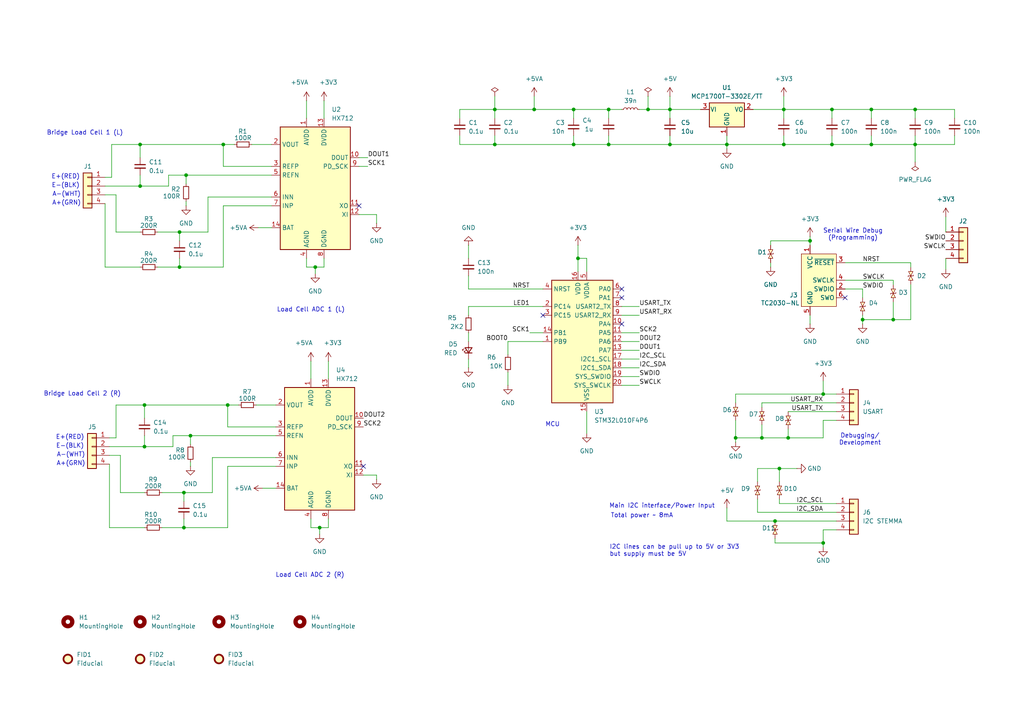
<source format=kicad_sch>
(kicad_sch (version 20231120) (generator "eeschema") (generator_version "8.0")
  (paper "A4")
  (title_block (title "Camel I2C Dual Weigh Scales Board") (rev "1.00") (company "MetaQuantus") (comment 1 "Carlos Villegas"))
  (junction (at 250.19 92.71))
  (junction (at 66.04 117.475))
  (junction (at 224.79 151.13))
  (junction (at 40.64 53.975))
  (junction (at 143.51 31.75))
  (junction (at 53.975 50.8))
  (junction (at 259.08 92.71))
  (junction (at 167.64 74.93))
  (junction (at 228.6 127))
  (junction (at 166.37 41.91))
  (junction (at 52.07 77.47))
  (junction (at 234.95 69.85))
  (junction (at 194.31 31.75))
  (junction (at 265.43 41.91))
  (junction (at 176.53 41.91))
  (junction (at 52.07 67.31))
  (junction (at 154.94 31.75))
  (junction (at 213.36 127))
  (junction (at 226.06 135.89))
  (junction (at 187.96 31.75))
  (junction (at 241.3 31.75))
  (junction (at 238.76 157.48))
  (junction (at 252.73 31.75))
  (junction (at 41.91 129.54))
  (junction (at 194.31 41.91))
  (junction (at 220.98 127))
  (junction (at 210.82 41.91))
  (junction (at 176.53 31.75))
  (junction (at 40.64 41.91))
  (junction (at 41.91 117.475))
  (junction (at 265.43 31.75))
  (junction (at 252.73 41.91))
  (junction (at 238.76 114.3))
  (junction (at 166.37 31.75))
  (junction (at 241.3 41.91))
  (junction (at 53.34 153.035))
  (junction (at 53.34 142.875))
  (junction (at 64.77 41.91))
  (junction (at 91.44 77.47))
  (junction (at 227.33 31.75))
  (junction (at 227.33 41.91))
  (junction (at 55.245 126.365))
  (junction (at 143.51 41.91))
  (junction (at 92.71 153.035))
  (no_connect (at 157.48 91.44))
  (no_connect (at 104.14 59.69))
  (no_connect (at 245.11 86.36))
  (no_connect (at 180.34 83.82))
  (no_connect (at 105.41 135.255))
  (no_connect (at 180.34 86.36))
  (no_connect (at 180.34 93.98))
  (wire (pts (xy 143.51 31.75) (xy 154.94 31.75)))
  (wire (pts (xy 170.18 74.93) (xy 167.64 74.93)))
  (wire (pts (xy 241.3 31.75) (xy 241.3 34.29)))
  (wire (pts (xy 223.52 71.12) (xy 223.52 69.85)))
  (wire (pts (xy 167.64 71.12) (xy 167.64 74.93)))
  (wire (pts (xy 224.79 157.48) (xy 238.76 157.48)))
  (wire (pts (xy 135.89 71.12) (xy 135.89 74.93)))
  (wire (pts (xy 242.57 151.13) (xy 224.79 151.13)))
  (wire (pts (xy 194.31 41.91) (xy 210.82 41.91)))
  (wire (pts (xy 88.9 77.47) (xy 91.44 77.47)))
  (wire (pts (xy 213.36 116.84) (xy 213.36 114.3)))
  (wire (pts (xy 187.96 31.75) (xy 194.31 31.75)))
  (wire (pts (xy 147.32 107.95) (xy 147.32 111.76)))
  (wire (pts (xy 238.76 153.67) (xy 238.76 157.48)))
  (wire (pts (xy 53.34 153.035) (xy 53.34 150.495)))
  (wire (pts (xy 166.37 31.75) (xy 176.53 31.75)))
  (wire (pts (xy 234.95 69.85) (xy 234.95 71.12)))
  (wire (pts (xy 55.245 126.365) (xy 55.245 128.905)))
  (wire (pts (xy 95.25 153.035) (xy 92.71 153.035)))
  (wire (pts (xy 250.19 83.82) (xy 250.19 86.36)))
  (wire (pts (xy 104.14 62.23) (xy 109.22 62.23)))
  (wire (pts (xy 166.37 31.75) (xy 166.37 34.29)))
  (wire (pts (xy 265.43 31.75) (xy 276.86 31.75)))
  (wire (pts (xy 46.99 142.875) (xy 53.34 142.875)))
  (wire (pts (xy 265.43 39.37) (xy 265.43 41.91)))
  (wire (pts (xy 226.06 135.89) (xy 226.06 139.7)))
  (wire (pts (xy 40.64 41.91) (xy 64.77 41.91)))
  (wire (pts (xy 259.08 87.63) (xy 259.08 92.71)))
  (wire (pts (xy 166.37 39.37) (xy 166.37 41.91)))
  (wire (pts (xy 245.11 81.28) (xy 259.08 81.28)))
  (wire (pts (xy 224.79 156.21) (xy 224.79 157.48)))
  (wire (pts (xy 219.71 148.59) (xy 242.57 148.59)))
  (wire (pts (xy 274.32 74.93) (xy 274.32 78.105)))
  (wire (pts (xy 53.34 142.875) (xy 53.34 145.415)))
  (wire (pts (xy 61.595 132.715) (xy 80.01 132.715)))
  (wire (pts (xy 259.08 92.71) (xy 250.19 92.71)))
  (wire (pts (xy 104.14 48.26) (xy 106.68 48.26)))
  (wire (pts (xy 40.64 67.31) (xy 33.655 67.31)))
  (wire (pts (xy 180.34 106.68) (xy 185.42 106.68)))
  (wire (pts (xy 50.165 129.54) (xy 50.165 126.365)))
  (wire (pts (xy 31.75 127) (xy 33.655 127)))
  (wire (pts (xy 66.04 117.475) (xy 66.04 123.825)))
  (wire (pts (xy 226.06 144.78) (xy 226.06 146.05)))
  (wire (pts (xy 241.3 31.75) (xy 252.73 31.75)))
  (wire (pts (xy 223.52 69.85) (xy 234.95 69.85)))
  (wire (pts (xy 66.04 117.475) (xy 69.215 117.475)))
  (wire (pts (xy 227.33 39.37) (xy 227.33 41.91)))
  (wire (pts (xy 166.37 41.91) (xy 176.53 41.91)))
  (wire (pts (xy 180.34 111.76) (xy 185.42 111.76)))
  (wire (pts (xy 135.89 96.52) (xy 135.89 99.06)))
  (wire (pts (xy 105.41 137.795) (xy 109.22 137.795)))
  (wire (pts (xy 46.99 153.035) (xy 53.34 153.035)))
  (wire (pts (xy 34.925 142.875) (xy 34.925 132.08)))
  (wire (pts (xy 30.48 51.435) (xy 32.385 51.435)))
  (wire (pts (xy 227.33 27.94) (xy 227.33 31.75)))
  (wire (pts (xy 60.325 57.15) (xy 78.74 57.15)))
  (wire (pts (xy 61.595 132.715) (xy 61.595 142.875)))
  (wire (pts (xy 143.51 31.75) (xy 143.51 34.29)))
  (wire (pts (xy 66.04 153.035) (xy 53.34 153.035)))
  (wire (pts (xy 31.75 129.54) (xy 41.91 129.54)))
  (wire (pts (xy 90.17 104.775) (xy 90.17 109.855)))
  (wire (pts (xy 41.91 117.475) (xy 66.04 117.475)))
  (wire (pts (xy 41.91 126.365) (xy 41.91 129.54)))
  (wire (pts (xy 238.76 157.48) (xy 238.76 158.75)))
  (wire (pts (xy 52.07 67.31) (xy 52.07 69.85)))
  (wire (pts (xy 61.595 142.875) (xy 53.34 142.875)))
  (wire (pts (xy 41.91 129.54) (xy 50.165 129.54)))
  (wire (pts (xy 220.98 127) (xy 228.6 127)))
  (wire (pts (xy 176.53 39.37) (xy 176.53 41.91)))
  (wire (pts (xy 176.53 41.91) (xy 194.31 41.91)))
  (wire (pts (xy 218.44 31.75) (xy 227.33 31.75)))
  (wire (pts (xy 245.11 76.2) (xy 264.16 76.2)))
  (wire (pts (xy 95.25 150.495) (xy 95.25 153.035)))
  (wire (pts (xy 241.3 41.91) (xy 252.73 41.91)))
  (wire (pts (xy 135.89 88.9) (xy 135.89 91.44)))
  (wire (pts (xy 88.9 29.21) (xy 88.9 34.29)))
  (wire (pts (xy 41.91 117.475) (xy 41.91 121.285)))
  (wire (pts (xy 176.53 31.75) (xy 176.53 34.29)))
  (wire (pts (xy 227.33 41.91) (xy 210.82 41.91)))
  (wire (pts (xy 242.57 114.3) (xy 238.76 114.3)))
  (wire (pts (xy 187.96 27.94) (xy 187.96 31.75)))
  (wire (pts (xy 93.98 77.47) (xy 91.44 77.47)))
  (wire (pts (xy 135.89 104.14) (xy 135.89 106.68)))
  (wire (pts (xy 143.51 27.94) (xy 143.51 31.75)))
  (wire (pts (xy 180.34 96.52) (xy 185.42 96.52)))
  (wire (pts (xy 40.64 50.8) (xy 40.64 53.975)))
  (wire (pts (xy 242.57 121.92) (xy 238.76 121.92)))
  (wire (pts (xy 227.33 31.75) (xy 241.3 31.75)))
  (wire (pts (xy 104.14 45.72) (xy 106.68 45.72)))
  (wire (pts (xy 180.34 88.9) (xy 185.42 88.9)))
  (wire (pts (xy 245.11 83.82) (xy 250.19 83.82)))
  (wire (pts (xy 194.31 27.94) (xy 194.31 31.75)))
  (wire (pts (xy 45.72 77.47) (xy 52.07 77.47)))
  (wire (pts (xy 50.165 126.365) (xy 55.245 126.365)))
  (wire (pts (xy 135.89 80.01) (xy 135.89 83.82)))
  (wire (pts (xy 147.32 99.06) (xy 147.32 102.87)))
  (wire (pts (xy 252.73 31.75) (xy 265.43 31.75)))
  (wire (pts (xy 45.72 67.31) (xy 52.07 67.31)))
  (wire (pts (xy 41.91 142.875) (xy 34.925 142.875)))
  (wire (pts (xy 252.73 41.91) (xy 265.43 41.91)))
  (wire (pts (xy 40.64 41.91) (xy 40.64 45.72)))
  (wire (pts (xy 234.95 68.58) (xy 234.95 69.85)))
  (wire (pts (xy 250.19 91.44) (xy 250.19 92.71)))
  (wire (pts (xy 80.01 123.825) (xy 66.04 123.825)))
  (wire (pts (xy 238.76 121.92) (xy 238.76 127)))
  (wire (pts (xy 194.31 31.75) (xy 194.31 34.29)))
  (wire (pts (xy 34.925 132.08) (xy 31.75 132.08)))
  (wire (pts (xy 40.64 53.975) (xy 48.895 53.975)))
  (wire (pts (xy 33.655 117.475) (xy 41.91 117.475)))
  (wire (pts (xy 276.86 34.29) (xy 276.86 31.75)))
  (wire (pts (xy 135.89 88.9) (xy 157.48 88.9)))
  (wire (pts (xy 274.32 62.865) (xy 274.32 67.31)))
  (wire (pts (xy 264.16 82.55) (xy 264.16 92.71)))
  (wire (pts (xy 241.3 39.37) (xy 241.3 41.91)))
  (wire (pts (xy 32.385 41.91) (xy 32.385 51.435)))
  (wire (pts (xy 226.06 146.05) (xy 242.57 146.05)))
  (wire (pts (xy 252.73 31.75) (xy 252.73 34.29)))
  (wire (pts (xy 170.18 78.74) (xy 170.18 74.93)))
  (wire (pts (xy 265.43 31.75) (xy 265.43 34.29)))
  (wire (pts (xy 220.98 116.84) (xy 242.57 116.84)))
  (wire (pts (xy 30.48 77.47) (xy 40.64 77.47)))
  (wire (pts (xy 276.86 41.91) (xy 265.43 41.91)))
  (wire (pts (xy 133.35 31.75) (xy 143.51 31.75)))
  (wire (pts (xy 95.25 104.775) (xy 95.25 109.855)))
  (wire (pts (xy 30.48 59.055) (xy 30.48 77.47)))
  (wire (pts (xy 264.16 92.71) (xy 259.08 92.71)))
  (wire (pts (xy 92.71 154.94) (xy 92.71 153.035)))
  (wire (pts (xy 53.975 58.42) (xy 53.975 59.69)))
  (wire (pts (xy 143.51 41.91) (xy 166.37 41.91)))
  (wire (pts (xy 180.34 109.22) (xy 185.42 109.22)))
  (wire (pts (xy 203.2 31.75) (xy 194.31 31.75)))
  (wire (pts (xy 213.36 121.92) (xy 213.36 127)))
  (wire (pts (xy 74.93 66.04) (xy 78.74 66.04)))
  (wire (pts (xy 264.16 77.47) (xy 264.16 76.2)))
  (wire (pts (xy 133.35 41.91) (xy 143.51 41.91)))
  (wire (pts (xy 90.17 153.035) (xy 92.71 153.035)))
  (wire (pts (xy 55.245 126.365) (xy 80.01 126.365)))
  (wire (pts (xy 167.64 74.93) (xy 167.64 78.74)))
  (wire (pts (xy 185.42 31.75) (xy 187.96 31.75)))
  (wire (pts (xy 227.33 41.91) (xy 241.3 41.91)))
  (wire (pts (xy 133.35 31.75) (xy 133.35 34.29)))
  (wire (pts (xy 242.57 153.67) (xy 238.76 153.67)))
  (wire (pts (xy 93.98 29.21) (xy 93.98 34.29)))
  (wire (pts (xy 90.17 150.495) (xy 90.17 153.035)))
  (wire (pts (xy 64.77 59.69) (xy 64.77 77.47)))
  (wire (pts (xy 180.34 99.06) (xy 185.42 99.06)))
  (wire (pts (xy 219.71 144.78) (xy 219.71 148.59)))
  (wire (pts (xy 64.77 77.47) (xy 52.07 77.47)))
  (wire (pts (xy 76.2 141.605) (xy 80.01 141.605)))
  (wire (pts (xy 33.655 117.475) (xy 33.655 127)))
  (wire (pts (xy 109.22 137.795) (xy 109.22 139.065)))
  (wire (pts (xy 31.75 153.035) (xy 41.91 153.035)))
  (wire (pts (xy 227.33 31.75) (xy 227.33 34.29)))
  (wire (pts (xy 265.43 41.91) (xy 265.43 46.99)))
  (wire (pts (xy 109.22 62.23) (xy 109.22 64.77)))
  (wire (pts (xy 250.19 92.71) (xy 250.19 93.98)))
  (wire (pts (xy 210.82 39.37) (xy 210.82 41.91)))
  (wire (pts (xy 226.06 135.89) (xy 231.14 135.89)))
  (wire (pts (xy 55.245 133.985) (xy 55.245 135.255)))
  (wire (pts (xy 213.36 127) (xy 220.98 127)))
  (wire (pts (xy 48.895 53.975) (xy 48.895 50.8)))
  (wire (pts (xy 170.18 119.38) (xy 170.18 125.73)))
  (wire (pts (xy 220.98 118.11) (xy 220.98 116.84)))
  (wire (pts (xy 73.025 41.91) (xy 78.74 41.91)))
  (wire (pts (xy 238.76 114.3) (xy 238.76 110.49)))
  (wire (pts (xy 210.82 151.13) (xy 210.82 147.32)))
  (wire (pts (xy 60.325 67.31) (xy 52.07 67.31)))
  (wire (pts (xy 223.52 76.2) (xy 223.52 77.47)))
  (wire (pts (xy 33.655 67.31) (xy 33.655 56.515)))
  (wire (pts (xy 180.34 91.44) (xy 185.42 91.44)))
  (wire (pts (xy 147.32 99.06) (xy 157.48 99.06)))
  (wire (pts (xy 133.35 39.37) (xy 133.35 41.91)))
  (wire (pts (xy 78.74 48.26) (xy 64.77 48.26)))
  (wire (pts (xy 143.51 39.37) (xy 143.51 41.91)))
  (wire (pts (xy 153.67 96.52) (xy 157.48 96.52)))
  (wire (pts (xy 154.94 31.75) (xy 166.37 31.75)))
  (wire (pts (xy 210.82 41.91) (xy 210.82 43.18)))
  (wire (pts (xy 64.77 41.91) (xy 64.77 48.26)))
  (wire (pts (xy 53.975 50.8) (xy 53.975 53.34)))
  (wire (pts (xy 219.71 135.89) (xy 226.06 135.89)))
  (wire (pts (xy 52.07 77.47) (xy 52.07 74.93)))
  (wire (pts (xy 276.86 39.37) (xy 276.86 41.91)))
  (wire (pts (xy 252.73 39.37) (xy 252.73 41.91)))
  (wire (pts (xy 64.77 41.91) (xy 67.945 41.91)))
  (wire (pts (xy 80.01 135.255) (xy 66.04 135.255)))
  (wire (pts (xy 259.08 82.55) (xy 259.08 81.28)))
  (wire (pts (xy 234.95 91.44) (xy 234.95 93.98)))
  (wire (pts (xy 33.655 56.515) (xy 30.48 56.515)))
  (wire (pts (xy 180.34 104.14) (xy 185.42 104.14)))
  (wire (pts (xy 220.98 123.19) (xy 220.98 127)))
  (wire (pts (xy 48.895 50.8) (xy 53.975 50.8)))
  (wire (pts (xy 74.295 117.475) (xy 80.01 117.475)))
  (wire (pts (xy 91.44 79.375) (xy 91.44 77.47)))
  (wire (pts (xy 180.34 31.75) (xy 176.53 31.75)))
  (wire (pts (xy 238.76 127) (xy 228.6 127)))
  (wire (pts (xy 66.04 135.255) (xy 66.04 153.035)))
  (wire (pts (xy 228.6 119.38) (xy 242.57 119.38)))
  (wire (pts (xy 135.89 83.82) (xy 157.48 83.82)))
  (wire (pts (xy 88.9 74.93) (xy 88.9 77.47)))
  (wire (pts (xy 60.325 57.15) (xy 60.325 67.31)))
  (wire (pts (xy 180.34 101.6) (xy 185.42 101.6)))
  (wire (pts (xy 30.48 53.975) (xy 40.64 53.975)))
  (wire (pts (xy 78.74 59.69) (xy 64.77 59.69)))
  (wire (pts (xy 228.6 124.46) (xy 228.6 127)))
  (wire (pts (xy 213.36 128.27) (xy 213.36 127)))
  (wire (pts (xy 154.94 27.94) (xy 154.94 31.75)))
  (wire (pts (xy 93.98 74.93) (xy 93.98 77.47)))
  (wire (pts (xy 32.385 41.91) (xy 40.64 41.91)))
  (wire (pts (xy 31.75 134.62) (xy 31.75 153.035)))
  (wire (pts (xy 194.31 39.37) (xy 194.31 41.91)))
  (wire (pts (xy 53.975 50.8) (xy 78.74 50.8)))
  (wire (pts (xy 219.71 139.7) (xy 219.71 135.89)))
  (wire (pts (xy 224.79 151.13) (xy 210.82 151.13)))
  (wire (pts (xy 213.36 114.3) (xy 238.76 114.3)))
  (text "A-(WHT)" (at 19.304 56.388 0) (effects (font (size 1.27 1.27))))
  (text "Bridge Load Cell 2 (R)" (at 23.876 114.3 0) (effects (font (size 1.27 1.27))))
  (text "Load Cell ADC 2 (R)" (at 89.916 166.878 0) (effects (font (size 1.27 1.27))))
  (text "I2C lines can be pull up to 5V or 3V3\nbut supply must be 5V" (at 176.784 159.766 0) (effects (font (size 1.27 1.27)) (justify left)))
  (text "Debugging/\nDevelopment" (at 249.428 127.508 0) (effects (font (size 1.27 1.27))))
  (text "E+(RED)" (at 20.32 126.873 0) (effects (font (size 1.27 1.27))))
  (text "Main I2C interface/Power Input" (at 192.024 146.812 0) (effects (font (size 1.27 1.27))))
  (text "Total power ~ 8mA" (at 186.182 149.606 0) (effects (font (size 1.27 1.27))))
  (text "A+(GRN)" (at 20.574 134.493 0) (effects (font (size 1.27 1.27))))
  (text "MCU" (at 160.274 123.19 0) (effects (font (size 1.27 1.27))))
  (text "A+(GRN)" (at 19.304 58.928 0) (effects (font (size 1.27 1.27))))
  (text "E+(RED)" (at 19.05 51.308 0) (effects (font (size 1.27 1.27))))
  (text "E-(BLK)" (at 19.05 53.848 0) (effects (font (size 1.27 1.27))))
  (text "Load Cell ADC 1 (L)" (at 90.17 89.916 0) (effects (font (size 1.27 1.27))))
  (text "Serial Wire Debug\n(Programming)" (at 247.396 68.072 0) (effects (font (size 1.27 1.27))))
  (text "A-(WHT)" (at 20.574 131.953 0) (effects (font (size 1.27 1.27))))
  (text "E-(BLK)" (at 20.32 129.413 0) (effects (font (size 1.27 1.27))))
  (text "Bridge Load Cell 1 (L)" (at 24.638 38.608 0) (effects (font (size 1.27 1.27))))
  (label "SWCLK" (at 250.19 81.28 0))
  (label "SCK1" (at 153.67 96.52 180))
  (label "DOUT1" (at 106.68 45.72 0))
  (label "SWDIO" (at 185.42 109.22 0))
  (label "USART_TX" (at 238.76 119.38 180))
  (label "SCK2" (at 185.42 96.52 0))
  (label "USART_RX" (at 238.76 116.84 180))
  (label "SWCLK" (at 274.32 72.39 180))
  (label "SWDIO" (at 274.32 69.85 180))
  (label "DOUT2" (at 105.41 121.285 0))
  (label "USART_RX" (at 185.42 91.44 0))
  (label "USART_TX" (at 185.42 88.9 0))
  (label "SCK1" (at 106.68 48.26 0))
  (label "DOUT1" (at 185.42 101.6 0))
  (label "I2C_SDA" (at 185.42 106.68 0))
  (label "I2C_SCL" (at 238.76 146.05 180))
  (label "SWCLK" (at 185.42 111.76 0))
  (label "SWDIO" (at 250.19 83.82 0))
  (label "NRST" (at 250.19 76.2 0))
  (label "I2C_SDA" (at 238.76 148.59 180))
  (label "I2C_SCL" (at 185.42 104.14 0))
  (label "DOUT2" (at 185.42 99.06 0))
  (label "SCK2" (at 105.41 123.825 0))
  (label "LED1" (at 153.67 88.9 180))
  (label "NRST" (at 153.67 83.82 180))
  (label "BOOT0" (at 147.32 99.06 180))
  (symbol (lib_id "Device:C_Small") (at 265.43 36.83 0) (unit 1)
    (property "Reference" "C9" (at 267.97 35.5663 0) (effects (justify left)))
    (property "Value" "100n" (at 267.97 38.1063 0) (effects (justify left)))
    (property "Footprint" "Capacitor_SMD:C_0402_1005Metric" (effects (hide yes)))
    (property "LCSC" "C1525" (effects (hide yes)))
    (property "MANUFACTURER" "Samsung Electro-Mechanics" (effects (hide yes)))
    (property "MFRN" "CL05B104KO5NNNC" (effects (hide yes)))
    (property "PKG" "0402" (effects (hide yes)))
    (property "Comment" "16V 100nF X7R ±10% 0402  Multilayer Ceramic Capacitors MLCC - SMD/SMT ROHS" (effects (hide yes)))
  )
  (symbol (lib_id "power:GND") (at 109.22 64.77 0) (unit 1)
    (property "Reference" "#PWR09" (effects (hide yes)))
    (property "Value" "GND" (at 109.22 69.85 0))
    (property "Description" "Power symbol creates a global label with name \"GND\" , ground" (effects (hide yes)))
  )
  (symbol (lib_id "Device:R_Small") (at 43.18 67.31 90) (unit 1)
    (property "Reference" "R3" (at 44.45 63.5 90) (effects (justify left)))
    (property "Value" "200R" (at 45.72 65.405 90) (effects (justify left)))
    (property "Footprint" "Resistor_SMD:R_0402_1005Metric" (effects (hide yes)))
    (property "LCSC" "C328416" (effects (hide yes)))
    (property "MANUFACTURER" "PANASONIC" (effects (hide yes)))
    (property "MFRN" "ERJ2RKF2000X" (effects (hide yes)))
    (property "PKG" "0402" (effects (hide yes)))
    (property "Comment" "100mW Thick Film Resistors ±100ppm/℃ ±1% 200Ω 0402  Chip Resistor - Surface Mount ROHS" (effects (hide yes)))
    (property "LCSCN" "C413070" (effects (hide yes)))
  )
  (symbol (lib_id "Mechanical:MountingHole") (at 86.995 180.34 0) (unit 1)
    (property "Reference" "H4" (at 90.17 179.07 0) (effects (justify left)))
    (property "Value" "MountingHole" (at 90.17 181.61 0) (effects (justify left)))
    (property "Footprint" "MountingHole:MountingHole_3.2mm_M3" (effects (hide yes)))
  )
  (symbol (lib_id "Device:C_Small") (at 52.07 72.39 0) (unit 1)
    (property "Reference" "C12" (at 54.61 71.1263 0) (effects (justify left)))
    (property "Value" "0.1u" (at 54.61 73.6663 0) (effects (justify left)))
    (property "Footprint" "Capacitor_SMD:C_0402_1005Metric" (effects (hide yes)))
    (property "LCSC" "C1525" (effects (hide yes)))
    (property "MANUFACTURER" "Samsung Electro-Mechanics" (effects (hide yes)))
    (property "MFRN" "CL05B104KO5NNNC" (effects (hide yes)))
    (property "PKG" "0402" (effects (hide yes)))
    (property "Comment" "16V 100nF X7R ±10% 0402  Multilayer Ceramic Capacitors MLCC - SMD/SMT ROHS" (effects (hide yes)))
  )
  (symbol (lib_id "power:+3V3") (at 227.33 27.94 0) (unit 1)
    (property "Reference" "#PWR03" (effects (hide yes)))
    (property "Value" "+3V3" (at 227.33 22.86 0))
    (property "Description" "Power symbol creates a global label with name \"+3V3\"" (effects (hide yes)))
  )
  (symbol (lib_id "Connector_Generic:Conn_01x04") (at 26.67 129.54 0) (mirror y) (unit 1) (in_bom no)
    (property "Reference" "J5" (at 27.94 123.825 0) (effects (justify left)))
    (property "Value" "Conn_01x04" (effects (hide yes)))
    (property "Footprint" "camel:Pad_1x04_P2.54mm" (effects (hide yes)))
    (property "Description" "Generic connector, single row, 01x04, script generated (kicad-library-utils/schlib/autogen/connector/)" (effects (hide yes)))
  )
  (symbol (lib_id "Device:C_Small") (at 133.35 36.83 0) (unit 1)
    (property "Reference" "C1" (at 135.89 35.5663 0) (effects (justify left)))
    (property "Value" "0.1u" (at 135.89 38.1063 0) (effects (justify left)))
    (property "Footprint" "Capacitor_SMD:C_0402_1005Metric" (effects (hide yes)))
    (property "Comment" "16V 100nF X7R ±10% 0402  Multilayer Ceramic Capacitors MLCC - SMD/SMT ROHS" (effects (hide yes)))
    (property "LCSC" "C1525" (effects (hide yes)))
    (property "MANUFACTURER" "Samsung Electro-Mechanics" (effects (hide yes)))
    (property "MFRN" "CL05B104KO5NNNC" (effects (hide yes)))
    (property "PKG" "0402" (effects (hide yes)))
  )
  (symbol (lib_id "Mechanical:MountingHole") (at 63.5 180.34 0) (unit 1)
    (property "Reference" "H3" (at 66.675 179.07 0) (effects (justify left)))
    (property "Value" "MountingHole" (at 66.675 181.61 0) (effects (justify left)))
    (property "Footprint" "MountingHole:MountingHole_3.2mm_M3" (effects (hide yes)))
  )
  (symbol (lib_id "Device:C_Small") (at 227.33 36.83 0) (unit 1)
    (property "Reference" "C6" (at 230.505 35.5663 0) (effects (justify left)))
    (property "Value" "10u" (at 230.505 38.1063 0) (effects (justify left)))
    (property "Footprint" "Capacitor_SMD:C_0603_1608Metric" (effects (hide yes)))
    (property "LCSC" "C96446" (effects (hide yes)))
    (property "MANUFACTURER" "Samsung Electro-Mechanics" (effects (hide yes)))
    (property "MFRN" "CL10A106MA8NRNC" (effects (hide yes)))
    (property "PKG" "0603" (effects (hide yes)))
    (property "Comment" "25V 10uF X5R ±20% 0603  Multilayer Ceramic Capacitors MLCC - SMD/SMT ROHS" (effects (hide yes)))
  )
  (symbol (lib_id "Device:C_Small") (at 276.86 36.83 0) (unit 1)
    (property "Reference" "C10" (at 279.4 35.5663 0) (effects (justify left)))
    (property "Value" "100n" (at 279.4 38.1063 0) (effects (justify left)))
    (property "Footprint" "Capacitor_SMD:C_0402_1005Metric" (effects (hide yes)))
    (property "LCSC" "C1525" (effects (hide yes)))
    (property "MANUFACTURER" "Samsung Electro-Mechanics" (effects (hide yes)))
    (property "MFRN" "CL05B104KO5NNNC" (effects (hide yes)))
    (property "PKG" "0402" (effects (hide yes)))
    (property "Comment" "16V 100nF X7R ±10% 0402  Multilayer Ceramic Capacitors MLCC - SMD/SMT ROHS" (effects (hide yes)))
  )
  (symbol (lib_name "PWR_FLAG_1") (lib_id "power:PWR_FLAG") (at 143.51 27.94 0) (unit 1)
    (property "Reference" "#FLG01" (effects (hide yes)))
    (property "Value" "PWR_FLAG" (effects (hide yes)))
    (property "Description" "Special symbol for telling ERC where power comes from" (effects (hide yes)))
  )
  (symbol (lib_id "Device:C_Small") (at 166.37 36.83 0) (unit 1)
    (property "Reference" "C3" (at 163.83 35.5663 0) (effects (justify right)))
    (property "Value" "10n" (at 163.83 38.1063 0) (effects (justify right)))
    (property "Footprint" "Capacitor_SMD:C_0402_1005Metric" (effects (hide yes)))
    (property "MANUFACTURER" "Samsung Electro-Mechanics" (effects (hide yes)))
    (property "MFRN" "CL05B103KB5NNNC" (effects (hide yes)))
    (property "LCSC" "C15195" (effects (hide yes)))
    (property "Package" "0402" (effects (hide yes)))
    (property "Comment" "50V 10nF X7R ±10% 0402 Multilayer Ceramic Capacitors MLCC - SMD/SMT ROHS" (effects (hide yes)))
    (property "PKG" "0402" (effects (hide yes)))
  )
  (symbol (lib_id "Regulator_Linear:MCP1700x-120xxTT") (at 210.82 31.75 0) (unit 1)
    (property "Reference" "U1" (at 210.82 25.4 0))
    (property "Value" "MCP1700T-3302E/TT" (at 210.82 27.94 0))
    (property "Footprint" "Package_TO_SOT_SMD:SOT-23" (effects (hide yes)))
    (property "Datasheet" "http://ww1.microchip.com/downloads/en/DeviceDoc/20001826D.pdf" (effects (hide yes)))
    (property "Description" "250mA Low Quiscent Current LDO, 1.2V output, SOT-23" (effects (hide yes)))
    (property "LCSC" "C39051" (effects (hide yes)))
    (property "MANUFACTURER" "Microchip Tech" (effects (hide yes)))
    (property "MFRN" "MCP1700T-3302E/TT" (effects (hide yes)))
    (property "PKG" "SOT-23" (effects (hide yes)))
    (property "Comment" "44dB@(100Hz) 250mA Fixed 3.3V~3.3V Positive 6V SOT-23(TO-236)  Linear Voltage Regulators (LDO) ROHS" (effects (hide yes)))
  )
  (symbol (lib_id "Device:C_Small") (at 194.31 36.83 0) (unit 1)
    (property "Reference" "C5" (at 197.485 35.5663 0) (effects (justify left)))
    (property "Value" "10u" (at 197.485 38.1063 0) (effects (justify left)))
    (property "Footprint" "Capacitor_SMD:C_0603_1608Metric" (effects (hide yes)))
    (property "LCSC" "C96446" (effects (hide yes)))
    (property "MANUFACTURER" "Samsung Electro-Mechanics" (effects (hide yes)))
    (property "MFRN" "CL10A106MA8NRNC" (effects (hide yes)))
    (property "PKG" "0603" (effects (hide yes)))
    (property "Comment" "25V 10uF X5R ±20% 0603  Multilayer Ceramic Capacitors MLCC - SMD/SMT ROHS" (effects (hide yes)))
  )
  (symbol (lib_id "power:GND") (at 92.71 154.94 0) (unit 1)
    (property "Reference" "#PWR031" (effects (hide yes)))
    (property "Value" "GND" (at 92.71 160.02 0))
    (property "Description" "Power symbol creates a global label with name \"GND\" , ground" (effects (hide yes)))
  )
  (symbol (lib_id "power:+5VA") (at 90.17 104.775 0) (unit 1)
    (property "Reference" "#PWR019" (effects (hide yes)))
    (property "Value" "+5VA" (at 88.138 99.441 0))
    (property "Description" "Power symbol creates a global label with name \"+5VA\"" (effects (hide yes)))
  )
  (symbol (lib_id "power:+5VA") (at 76.2 141.605 90) (unit 1)
    (property "Reference" "#PWR027" (effects (hide yes)))
    (property "Value" "+5VA" (at 73.025 141.6049 90) (effects (justify left)))
    (property "Description" "Power symbol creates a global label with name \"+5VA\"" (effects (hide yes)))
  )
  (symbol (lib_id "camel:RCLAMP0521P-N") (at 226.06 142.24 270) (unit 1)
    (property "Reference" "D10" (at 227.33 141.732 90) (effects (justify left)))
    (property "Value" "RCLAMP0521P-N" (effects (hide yes)))
    (property "Footprint" "camel:X1-DFN1006-2_L1.0-W0.6-BI" (effects (hide yes)))
    (property "Datasheet" "https://lcsc.com/product-detail/Others_Bourne-Semicon-Shenzhen-RCLAMP0521P-N_C316043.html" (effects (hide yes)))
    (property "LCSC" "C316043" (effects (hide yes)))
    (property "MANUFACTURER" "BORN" (effects (hide yes)))
    (property "MFRN" "RCLAMP0521P-N" (effects (hide yes)))
    (property "PKG" "0402" (effects (hide yes)))
    (property "LCSC Part" "C316043" (effects (hide yes)))
    (property "Comment" "3.5A@8/20us 16V 6V 5V 0402 ESD and Surge Protection (TVS/ESD) ROHS" (effects (hide yes)))
  )
  (symbol (lib_id "camel:RCLAMP0521P-N") (at 224.79 153.67 270) (unit 1)
    (property "Reference" "D11" (at 220.98 153.162 90) (effects (justify left)))
    (property "Value" "RCLAMP0521P-N" (effects (hide yes)))
    (property "Footprint" "camel:X1-DFN1006-2_L1.0-W0.6-BI" (effects (hide yes)))
    (property "Datasheet" "https://lcsc.com/product-detail/Others_Bourne-Semicon-Shenzhen-RCLAMP0521P-N_C316043.html" (effects (hide yes)))
    (property "LCSC" "C316043" (effects (hide yes)))
    (property "MANUFACTURER" "BORN" (effects (hide yes)))
    (property "MFRN" "RCLAMP0521P-N" (effects (hide yes)))
    (property "PKG" "0402" (effects (hide yes)))
    (property "LCSC Part" "C316043" (effects (hide yes)))
    (property "Comment" "3.5A@8/20us 16V 6V 5V 0402 ESD and Surge Protection (TVS/ESD) ROHS" (effects (hide yes)))
  )
  (symbol (lib_id "power:GND") (at 238.76 158.75 0) (unit 1)
    (property "Reference" "#PWR032" (effects (hide yes)))
    (property "Value" "GND" (at 238.76 162.56 0))
    (property "Description" "Power symbol creates a global label with name \"GND\" , ground" (effects (hide yes)))
  )
  (symbol (lib_id "Device:R_Small") (at 44.45 153.035 90) (unit 1)
    (property "Reference" "R10" (at 45.72 149.225 90) (effects (justify left)))
    (property "Value" "200R" (at 46.99 151.13 90) (effects (justify left)))
    (property "Footprint" "Resistor_SMD:R_0402_1005Metric" (effects (hide yes)))
    (property "LCSC" "C328416" (effects (hide yes)))
    (property "MANUFACTURER" "PANASONIC" (effects (hide yes)))
    (property "MFRN" "ERJ2RKF2000X" (effects (hide yes)))
    (property "PKG" "0402" (effects (hide yes)))
    (property "Comment" "100mW Thick Film Resistors ±100ppm/℃ ±1% 200Ω 0402  Chip Resistor - Surface Mount ROHS" (effects (hide yes)))
    (property "LCSCN" "C413070" (effects (hide yes)))
  )
  (symbol (lib_id "Connector_Generic:Conn_01x04") (at 25.4 53.975 0) (mirror y) (unit 1) (in_bom no)
    (property "Reference" "J1" (at 26.67 48.26 0) (effects (justify left)))
    (property "Value" "Conn_01x04" (effects (hide yes)))
    (property "Footprint" "camel:Pad_1x04_P2.54mm" (effects (hide yes)))
    (property "Description" "Generic connector, single row, 01x04, script generated (kicad-library-utils/schlib/autogen/connector/)" (effects (hide yes)))
  )
  (symbol (lib_id "power:GND") (at 135.89 106.68 0) (unit 1)
    (property "Reference" "#PWR021" (effects (hide yes)))
    (property "Value" "GND" (at 135.89 111.76 0))
    (property "Description" "Power symbol creates a global label with name \"GND\" , ground" (effects (hide yes)))
  )
  (symbol (lib_id "Mechanical:MountingHole") (at 40.64 180.34 0) (unit 1)
    (property "Reference" "H2" (at 43.815 179.07 0) (effects (justify left)))
    (property "Value" "MountingHole" (at 43.815 181.61 0) (effects (justify left)))
    (property "Footprint" "MountingHole:MountingHole_3.2mm_M3" (effects (hide yes)))
  )
  (symbol (lib_id "Device:R_Small") (at 135.89 93.98 0) (unit 1)
    (property "Reference" "R5" (at 129.794 92.202 0) (effects (justify left)))
    (property "Value" "2K2" (at 130.556 94.742 0) (effects (justify left)))
    (property "Footprint" "Resistor_SMD:R_0402_1005Metric" (effects (hide yes)))
    (property "MANUFACTURER" "UNI-ROYAL(Uniroyal Elec)" (effects (hide yes)))
    (property "LCSC" "C25879" (effects (hide yes)))
    (property "MFRN" "0402WGF2201TCE" (effects (hide yes)))
    (property "PKG" "0402" (effects (hide yes)))
    (property "Comment" "62.5mW Thick Film Resistors 50V ±100ppm/℃ ±1% 2.2kΩ 0402 Chip Resistor - Surface Mount ROHS" (effects (hide yes)))
  )
  (symbol (lib_id "power:+3V3") (at 238.76 110.49 0) (unit 1)
    (property "Reference" "#PWR022" (effects (hide yes)))
    (property "Value" "+3V3" (at 238.76 105.41 0))
    (property "Description" "Power symbol creates a global label with name \"+3V3\"" (effects (hide yes)))
  )
  (symbol (lib_id "camel:RCLAMP0521P-N") (at 264.16 80.01 270) (unit 1)
    (property "Reference" "D2" (at 265.938 80.01 90) (effects (justify left)))
    (property "Value" "RCLAMP0521P-N" (effects (hide yes)))
    (property "Footprint" "camel:X1-DFN1006-2_L1.0-W0.6-BI" (effects (hide yes)))
    (property "Datasheet" "https://lcsc.com/product-detail/Others_Bourne-Semicon-Shenzhen-RCLAMP0521P-N_C316043.html" (effects (hide yes)))
    (property "LCSC" "C316043" (effects (hide yes)))
    (property "MANUFACTURER" "BORN" (effects (hide yes)))
    (property "MFRN" "RCLAMP0521P-N" (effects (hide yes)))
    (property "PKG" "0402" (effects (hide yes)))
    (property "LCSC Part" "C316043" (effects (hide yes)))
    (property "Comment" "3.5A@8/20us 16V 6V 5V 0402 ESD and Surge Protection (TVS/ESD) ROHS" (effects (hide yes)))
  )
  (symbol (lib_id "camel:RCLAMP0521P-N") (at 250.19 88.9 270) (unit 1)
    (property "Reference" "D4" (at 251.968 87.884 90) (effects (justify left)))
    (property "Value" "RCLAMP0521P-N" (effects (hide yes)))
    (property "Footprint" "camel:X1-DFN1006-2_L1.0-W0.6-BI" (effects (hide yes)))
    (property "Datasheet" "https://lcsc.com/product-detail/Others_Bourne-Semicon-Shenzhen-RCLAMP0521P-N_C316043.html" (effects (hide yes)))
    (property "LCSC" "C316043" (effects (hide yes)))
    (property "MANUFACTURER" "BORN" (effects (hide yes)))
    (property "MFRN" "RCLAMP0521P-N" (effects (hide yes)))
    (property "PKG" "0402" (effects (hide yes)))
    (property "LCSC Part" "C316043" (effects (hide yes)))
    (property "Comment" "3.5A@8/20us 16V 6V 5V 0402 ESD and Surge Protection (TVS/ESD) ROHS" (effects (hide yes)))
  )
  (symbol (lib_id "power:GND") (at 250.19 93.98 0) (unit 1)
    (property "Reference" "#PWR018" (effects (hide yes)))
    (property "Value" "GND" (at 250.19 99.06 0))
    (property "Description" "Power symbol creates a global label with name \"GND\" , ground" (effects (hide yes)))
  )
  (symbol (lib_id "power:+5VA") (at 88.9 29.21 0) (unit 1)
    (property "Reference" "#PWR04" (effects (hide yes)))
    (property "Value" "+5VA" (at 86.868 23.876 0))
    (property "Description" "Power symbol creates a global label with name \"+5VA\"" (effects (hide yes)))
  )
  (symbol (lib_id "power:+3V3") (at 93.98 29.21 0) (unit 1)
    (property "Reference" "#PWR05" (effects (hide yes)))
    (property "Value" "+3V3" (at 95.25 23.876 0))
    (property "Description" "Power symbol creates a global label with name \"+3V3\"" (effects (hide yes)))
  )
  (symbol (lib_id "camel:RCLAMP0521P-N") (at 213.36 119.38 270) (unit 1)
    (property "Reference" "D6" (at 209.55 118.872 90) (effects (justify left)))
    (property "Value" "RCLAMP0521P-N" (effects (hide yes)))
    (property "Footprint" "camel:X1-DFN1006-2_L1.0-W0.6-BI" (effects (hide yes)))
    (property "Datasheet" "https://lcsc.com/product-detail/Others_Bourne-Semicon-Shenzhen-RCLAMP0521P-N_C316043.html" (effects (hide yes)))
    (property "Description" "3.5A@8/20us 16V 6V 5V 0402 ESD and Surge Protection (TVS/ESD) ROHS" (effects (hide yes)))
    (property "LCSC" "C316043" (effects (hide yes)))
    (property "MANUFACTURER" "BORN" (effects (hide yes)))
    (property "MFRN" "RCLAMP0521P-N" (effects (hide yes)))
    (property "PKG" "0402" (effects (hide yes)))
    (property "LCSC Part" "C316043" (effects (hide yes)))
    (property "Comment" "3.5A@8/20us 16V 6V 5V 0402 ESD and Surge Protection (TVS/ESD) ROHS" (effects (hide yes)))
  )
  (symbol (lib_name "PWR_FLAG_1") (lib_id "power:PWR_FLAG") (at 187.96 27.94 0) (unit 1)
    (property "Reference" "#FLG02" (effects (hide yes)))
    (property "Value" "PWR_FLAG" (effects (hide yes)))
    (property "Description" "Special symbol for telling ERC where power comes from" (effects (hide yes)))
  )
  (symbol (lib_id "power:+5VA") (at 154.94 27.94 0) (unit 1)
    (property "Reference" "#PWR01" (effects (hide yes)))
    (property "Value" "+5VA" (at 154.94 22.86 0))
    (property "Description" "Power symbol creates a global label with name \"+5VA\"" (effects (hide yes)))
  )
  (symbol (lib_id "Device:L_Small") (at 182.88 31.75 90) (unit 1)
    (property "Reference" "L1" (at 182.88 26.67 90))
    (property "Value" "39n" (at 182.88 29.21 90))
    (property "Footprint" "Inductor_SMD:L_1008_2520Metric" (effects (hide yes)))
    (property "MANUFACTURER" "PSA(Prosperity Dielectrics)" (effects (hide yes)))
    (property "MFRN" "FEC1008CP-39NG-LRH" (effects (hide yes)))
    (property "LCSC" "C346422" (effects (hide yes)))
    (property "Package" "1008" (effects (hide yes)))
    (property "Comment" "1A 39nH ±2% 150mΩ 1008 Inductors (SMD) ROHS" (effects (hide yes)))
    (property "PKG" "1008" (effects (hide yes)))
  )
  (symbol (lib_id "power:+3V3") (at 274.32 62.865 0) (unit 1)
    (property "Reference" "#PWR08" (effects (hide yes)))
    (property "Value" "+3V3" (at 274.32 57.785 0))
    (property "Description" "Power symbol creates a global label with name \"+3V3\"" (effects (hide yes)))
  )
  (symbol (lib_id "Device:R_Small") (at 70.485 41.91 90) (unit 1)
    (property "Reference" "R1" (at 71.755 38.1 90) (effects (justify left)))
    (property "Value" "100R" (at 73.025 40.005 90) (effects (justify left)))
    (property "Footprint" "Resistor_SMD:R_0402_1005Metric" (effects (hide yes)))
    (property "LCSC" "C328416" (effects (hide yes)))
    (property "MANUFACTURER" "RESI" (effects (hide yes)))
    (property "MFRN" "PTFR0402B100RN9" (effects (hide yes)))
    (property "PKG" "0402" (effects (hide yes)))
    (property "Comment" "60mW Thin Film Resistor ±0.1% ±10ppm/℃ 100Ω 0402  Chip Resistor - Surface Mount ROHS" (effects (hide yes)))
  )
  (symbol (lib_id "camel:RCLAMP0521P-N") (at 259.08 85.09 270) (unit 1)
    (property "Reference" "D3" (at 260.604 84.836 90) (effects (justify left)))
    (property "Value" "RCLAMP0521P-N" (effects (hide yes)))
    (property "Footprint" "camel:X1-DFN1006-2_L1.0-W0.6-BI" (effects (hide yes)))
    (property "Datasheet" "https://lcsc.com/product-detail/Others_Bourne-Semicon-Shenzhen-RCLAMP0521P-N_C316043.html" (effects (hide yes)))
    (property "LCSC" "C316043" (effects (hide yes)))
    (property "MANUFACTURER" "BORN" (effects (hide yes)))
    (property "MFRN" "RCLAMP0521P-N" (effects (hide yes)))
    (property "PKG" "0402" (effects (hide yes)))
    (property "LCSC Part" "C316043" (effects (hide yes)))
    (property "Comment" "3.5A@8/20us 16V 6V 5V 0402 ESD and Surge Protection (TVS/ESD) ROHS" (effects (hide yes)))
  )
  (symbol (lib_id "Device:C_Small") (at 252.73 36.83 0) (unit 1)
    (property "Reference" "C8" (at 255.27 35.5663 0) (effects (justify left)))
    (property "Value" "100n" (at 255.27 38.1063 0) (effects (justify left)))
    (property "Footprint" "Capacitor_SMD:C_0402_1005Metric" (effects (hide yes)))
    (property "LCSC" "C1525" (effects (hide yes)))
    (property "MANUFACTURER" "Samsung Electro-Mechanics" (effects (hide yes)))
    (property "MFRN" "CL05B104KO5NNNC" (effects (hide yes)))
    (property "PKG" "0402" (effects (hide yes)))
    (property "Comment" "16V 100nF X7R ±10% 0402  Multilayer Ceramic Capacitors MLCC - SMD/SMT ROHS" (effects (hide yes)))
  )
  (symbol (lib_id "Connector_Generic:Conn_01x04") (at 247.65 116.84 0) (unit 1) (in_bom no)
    (property "Reference" "J4" (at 250.19 116.8399 0) (effects (justify left)))
    (property "Value" "USART" (at 250.19 119.3799 0) (effects (justify left)))
    (property "Footprint" "Connector_JST:JST_PH_S4B-PH-K_1x04_P2.00mm_Horizontal" (effects (hide yes)))
    (property "Description" "Generic connector, single row, 01x04, script generated (kicad-library-utils/schlib/autogen/connector/)" (effects (hide yes)))
  )
  (symbol (lib_id "camel:HX712") (at 92.71 130.175 0) (unit 1)
    (property "Reference" "U4" (at 97.4441 107.315 0) (effects (justify left)))
    (property "Value" "HX712" (at 97.4441 109.855 0) (effects (justify left)))
    (property "Footprint" "Package_SO:SOIC-14_3.9x8.7mm_P1.27mm" (effects (hide yes)))
    (property "Datasheet" "https://lcsc.com/product-detail/Analog-To-Digital-Converters-ADCs_HX712_C118237.html" (effects (hide yes)))
    (property "Description" "24-Bit Analog-to-Digital Converter (ADC) for Weight Scales" (effects (hide yes)))
  )
  (symbol (lib_id "power:+3V3") (at 95.25 104.775 0) (unit 1)
    (property "Reference" "#PWR020" (effects (hide yes)))
    (property "Value" "+3V3" (at 96.52 99.441 0))
    (property "Description" "Power symbol creates a global label with name \"+3V3\"" (effects (hide yes)))
  )
  (symbol (lib_id "power:GND") (at 55.245 135.255 0) (unit 1)
    (property "Reference" "#PWR026" (effects (hide yes)))
    (property "Value" "GND" (at 55.245 140.335 0))
    (property "Description" "Power symbol creates a global label with name \"GND\" , ground" (effects (hide yes)))
  )
  (symbol (lib_id "power:GND") (at 210.82 43.18 0) (unit 1)
    (property "Reference" "#PWR06" (effects (hide yes)))
    (property "Value" "GND" (at 210.82 48.26 0))
    (property "Description" "Power symbol creates a global label with name \"GND\" , ground" (effects (hide yes)))
  )
  (symbol (lib_id "camel:RCLAMP0521P-N") (at 220.98 120.65 270) (unit 1)
    (property "Reference" "D7" (at 217.17 120.142 90) (effects (justify left)))
    (property "Value" "RCLAMP0521P-N" (effects (hide yes)))
    (property "Footprint" "camel:X1-DFN1006-2_L1.0-W0.6-BI" (effects (hide yes)))
    (property "Datasheet" "https://lcsc.com/product-detail/Others_Bourne-Semicon-Shenzhen-RCLAMP0521P-N_C316043.html" (effects (hide yes)))
    (property "LCSC" "C316043" (effects (hide yes)))
    (property "MANUFACTURER" "BORN" (effects (hide yes)))
    (property "MFRN" "RCLAMP0521P-N" (effects (hide yes)))
    (property "PKG" "0402" (effects (hide yes)))
    (property "LCSC Part" "C316043" (effects (hide yes)))
    (property "Comment" "3.5A@8/20us 16V 6V 5V 0402 ESD and Surge Protection (TVS/ESD) ROHS" (effects (hide yes)))
  )
  (symbol (lib_id "power:GND") (at 231.14 135.89 90) (unit 1)
    (property "Reference" "#PWR028" (effects (hide yes)))
    (property "Value" "GND" (at 236.22 135.89 90))
    (property "Description" "Power symbol creates a global label with name \"GND\" , ground" (effects (hide yes)))
  )
  (symbol (lib_id "power:PWR_FLAG") (at 265.43 46.99 180) (unit 1)
    (property "Reference" "#FLG04" (effects (hide yes)))
    (property "Value" "PWR_FLAG" (at 265.43 52.07 0))
    (property "Description" "Special symbol for telling ERC where power comes from" (effects (hide yes)))
  )
  (symbol (lib_id "Mechanical:Fiducial") (at 63.5 191.135 0) (unit 1)
    (property "Reference" "FID3" (at 66.04 189.865 0) (effects (justify left)))
    (property "Value" "Fiducial" (at 66.04 192.405 0) (effects (justify left)))
    (property "Footprint" "Fiducial:Fiducial_0.5mm_Mask1mm" (effects (hide yes)))
  )
  (symbol (lib_id "Device:C_Small") (at 41.91 123.825 0) (unit 1)
    (property "Reference" "C14" (at 44.45 122.5613 0) (effects (justify left)))
    (property "Value" "0.1u" (at 44.45 125.1013 0) (effects (justify left)))
    (property "Footprint" "Capacitor_SMD:C_0402_1005Metric" (effects (hide yes)))
    (property "LCSC" "C1525" (effects (hide yes)))
    (property "MANUFACTURER" "Samsung Electro-Mechanics" (effects (hide yes)))
    (property "MFRN" "CL05B104KO5NNNC" (effects (hide yes)))
    (property "PKG" "0402" (effects (hide yes)))
    (property "Comment" "16V 100nF X7R ±10% 0402  Multilayer Ceramic Capacitors MLCC - SMD/SMT ROHS" (effects (hide yes)))
  )
  (symbol (lib_id "Device:C_Small") (at 53.34 147.955 0) (unit 1)
    (property "Reference" "C15" (at 55.88 146.6913 0) (effects (justify left)))
    (property "Value" "0.1u" (at 55.88 149.2313 0) (effects (justify left)))
    (property "Footprint" "Capacitor_SMD:C_0402_1005Metric" (effects (hide yes)))
    (property "LCSC" "C1525" (effects (hide yes)))
    (property "MANUFACTURER" "Samsung Electro-Mechanics" (effects (hide yes)))
    (property "MFRN" "CL05B104KO5NNNC" (effects (hide yes)))
    (property "PKG" "0402" (effects (hide yes)))
    (property "Comment" "16V 100nF X7R ±10% 0402  Multilayer Ceramic Capacitors MLCC - SMD/SMT ROHS" (effects (hide yes)))
  )
  (symbol (lib_id "power:GND") (at 53.975 59.69 0) (unit 1)
    (property "Reference" "#PWR07" (effects (hide yes)))
    (property "Value" "GND" (at 53.975 64.77 0))
    (property "Description" "Power symbol creates a global label with name \"GND\" , ground" (effects (hide yes)))
  )
  (symbol (lib_id "Device:R_Small") (at 55.245 131.445 180) (unit 1)
    (property "Reference" "R8" (at 53.594 130.556 0) (effects (justify left)))
    (property "Value" "100R" (at 53.848 132.588 0) (effects (justify left)))
    (property "Footprint" "Resistor_SMD:R_0402_1005Metric" (effects (hide yes)))
    (property "LCSC" "C328416" (effects (hide yes)))
    (property "MANUFACTURER" "RESI" (effects (hide yes)))
    (property "MFRN" "PTFR0402B100RN9" (effects (hide yes)))
    (property "PKG" "0402" (effects (hide yes)))
    (property "Comment" "60mW Thin Film Resistor ±0.1% ±10ppm/℃ 100Ω 0402  Chip Resistor - Surface Mount ROHS" (effects (hide yes)))
  )
  (symbol (lib_id "Device:R_Small") (at 71.755 117.475 90) (unit 1)
    (property "Reference" "R7" (at 73.025 113.665 90) (effects (justify left)))
    (property "Value" "100R" (at 74.295 115.57 90) (effects (justify left)))
    (property "Footprint" "Resistor_SMD:R_0402_1005Metric" (effects (hide yes)))
    (property "LCSC" "C328416" (effects (hide yes)))
    (property "MANUFACTURER" "RESI" (effects (hide yes)))
    (property "MFRN" "PTFR0402B100RN9" (effects (hide yes)))
    (property "PKG" "0402" (effects (hide yes)))
    (property "Comment" "60mW Thin Film Resistor ±0.1% ±10ppm/℃ 100Ω 0402  Chip Resistor - Surface Mount ROHS" (effects (hide yes)))
  )
  (symbol (lib_id "camel:HX712") (at 91.44 54.61 0) (unit 1)
    (property "Reference" "U2" (at 96.1741 31.75 0) (effects (justify left)))
    (property "Value" "HX712" (at 96.1741 34.29 0) (effects (justify left)))
    (property "Footprint" "Package_SO:SOIC-14_3.9x8.7mm_P1.27mm" (effects (hide yes)))
    (property "Datasheet" "https://lcsc.com/product-detail/Analog-To-Digital-Converters-ADCs_HX712_C118237.html" (effects (hide yes)))
    (property "Description" "24-Bit Analog-to-Digital Converter (ADC) for Weight Scales" (effects (hide yes)))
  )
  (symbol (lib_id "power:GND") (at 109.22 139.065 0) (unit 1)
    (property "Reference" "#PWR029" (effects (hide yes)))
    (property "Value" "GND" (at 109.22 144.145 0))
    (property "Description" "Power symbol creates a global label with name \"GND\" , ground" (effects (hide yes)))
  )
  (symbol (lib_id "power:GND") (at 135.89 71.12 180) (unit 1)
    (property "Reference" "#PWR012" (effects (hide yes)))
    (property "Value" "GND" (at 135.89 66.04 0))
    (property "Description" "Power symbol creates a global label with name \"GND\" , ground" (effects (hide yes)))
  )
  (symbol (lib_id "power:+3V3") (at 167.64 71.12 0) (unit 1)
    (property "Reference" "#PWR013" (effects (hide yes)))
    (property "Value" "+3V3" (at 167.64 66.04 0))
    (property "Description" "Power symbol creates a global label with name \"+3V3\"" (effects (hide yes)))
  )
  (symbol (lib_id "Device:C_Small") (at 135.89 77.47 0) (unit 1)
    (property "Reference" "C13" (at 138.43 76.2063 0) (effects (justify left)))
    (property "Value" "100n" (at 138.43 78.7463 0) (effects (justify left)))
    (property "Footprint" "Capacitor_SMD:C_0402_1005Metric" (effects (hide yes)))
    (property "LCSC" "C1525" (effects (hide yes)))
    (property "MANUFACTURER" "Samsung Electro-Mechanics" (effects (hide yes)))
    (property "MFRN" "CL05B104KO5NNNC" (effects (hide yes)))
    (property "PKG" "0402" (effects (hide yes)))
    (property "Comment" "16V 100nF X7R ±10% 0402  Multilayer Ceramic Capacitors MLCC - SMD/SMT ROHS" (effects (hide yes)))
  )
  (symbol (lib_id "Device:C_Small") (at 176.53 36.83 0) (mirror y) (unit 1)
    (property "Reference" "C4" (at 168.91 34.925 0) (effects (justify right)))
    (property "Value" "1u" (at 169.545 37.465 0) (effects (justify right)))
    (property "Footprint" "Capacitor_SMD:C_0402_1005Metric" (effects (hide yes)))
    (property "MANUFACTURER" "Murata Electronics" (effects (hide yes)))
    (property "MFRN" "GRM155B31E105KA12D" (effects (hide yes)))
    (property "LCSC" "C913556" (effects (hide yes)))
    (property "Package" "0402" (effects (hide yes)))
    (property "Comment" "1uF ±10% 0402  Multilayer Ceramic Capacitors MLCC - SMD/SMT ROHS" (effects (hide yes)))
    (property "PKG" "0402" (effects (hide yes)))
  )
  (symbol (lib_id "Mechanical:MountingHole") (at 19.685 180.34 0) (unit 1)
    (property "Reference" "H1" (at 22.86 179.07 0) (effects (justify left)))
    (property "Value" "MountingHole" (at 22.86 181.61 0) (effects (justify left)))
    (property "Footprint" "MountingHole:MountingHole_3.2mm_M3" (effects (hide yes)))
  )
  (symbol (lib_id "camel:RCLAMP0521P-N") (at 219.71 142.24 270) (unit 1)
    (property "Reference" "D9" (at 214.884 141.732 90) (effects (justify left)))
    (property "Value" "RCLAMP0521P-N" (effects (hide yes)))
    (property "Footprint" "camel:X1-DFN1006-2_L1.0-W0.6-BI" (effects (hide yes)))
    (property "Datasheet" "https://lcsc.com/product-detail/Others_Bourne-Semicon-Shenzhen-RCLAMP0521P-N_C316043.html" (effects (hide yes)))
    (property "LCSC" "C316043" (effects (hide yes)))
    (property "MANUFACTURER" "BORN" (effects (hide yes)))
    (property "MFRN" "RCLAMP0521P-N" (effects (hide yes)))
    (property "PKG" "0402" (effects (hide yes)))
    (property "LCSC Part" "C316043" (effects (hide yes)))
    (property "Comment" "3.5A@8/20us 16V 6V 5V 0402 ESD and Surge Protection (TVS/ESD) ROHS" (effects (hide yes)))
  )
  (symbol (lib_id "power:GND") (at 147.32 111.76 0) (unit 1)
    (property "Reference" "#PWR023" (effects (hide yes)))
    (property "Value" "GND" (at 147.32 116.84 0))
    (property "Description" "Power symbol creates a global label with name \"GND\" , ground" (effects (hide yes)))
  )
  (symbol (lib_id "power:+5V") (at 210.82 147.32 0) (unit 1)
    (property "Reference" "#PWR030" (effects (hide yes)))
    (property "Value" "+5V" (at 210.82 142.24 0))
    (property "Description" "Power symbol creates a global label with name \"+5V\"" (effects (hide yes)))
  )
  (symbol (lib_id "power:GND") (at 234.95 93.98 0) (unit 1)
    (property "Reference" "#PWR017" (effects (hide yes)))
    (property "Value" "GND" (at 234.95 99.06 0))
    (property "Description" "Power symbol creates a global label with name \"GND\" , ground" (effects (hide yes)))
  )
  (symbol (lib_id "Device:LED_Small") (at 135.89 101.6 90) (unit 1)
    (property "Reference" "D5" (at 130.048 99.822 90) (effects (justify right)))
    (property "Value" "RED" (at 128.778 102.362 90) (effects (justify right)))
    (property "Footprint" "LED_SMD:LED_0603_1608Metric" (effects (hide yes)))
    (property "Description" "Light emitting diode, small symbol" (effects (hide yes)))
    (property "MANUFACTURER" "Everlight Elec" (effects (hide yes)))
    (property "MFRN" "11-21SURC/S530-A6/TR8" (effects (hide yes)))
    (property "LCSC" "C648676" (effects (hide yes)))
    (property "PKG" "0603" (effects (hide yes)))
    (property "Comment" "Colorless transparence 624nm~624nm -40℃~+85℃ Red 60° 60mW 1206 Light Emitting Diodes (LED) ROHS" (effects (hide yes)))
  )
  (symbol (lib_id "power:GND") (at 223.52 77.47 0) (unit 1)
    (property "Reference" "#PWR014" (effects (hide yes)))
    (property "Value" "GND" (at 223.52 82.55 0))
    (property "Description" "Power symbol creates a global label with name \"GND\" , ground" (effects (hide yes)))
  )
  (symbol (lib_id "Mechanical:Fiducial") (at 19.685 191.135 0) (unit 1)
    (property "Reference" "FID1" (at 22.225 189.865 0) (effects (justify left)))
    (property "Value" "Fiducial" (at 22.225 192.405 0) (effects (justify left)))
    (property "Footprint" "Fiducial:Fiducial_0.5mm_Mask1mm" (effects (hide yes)))
  )
  (symbol (lib_id "camel:RCLAMP0521P-N") (at 228.6 121.92 270) (unit 1)
    (property "Reference" "D8" (at 224.79 121.412 90) (effects (justify left)))
    (property "Value" "RCLAMP0521P-N" (effects (hide yes)))
    (property "Footprint" "camel:X1-DFN1006-2_L1.0-W0.6-BI" (effects (hide yes)))
    (property "Datasheet" "https://lcsc.com/product-detail/Others_Bourne-Semicon-Shenzhen-RCLAMP0521P-N_C316043.html" (effects (hide yes)))
    (property "LCSC" "C316043" (effects (hide yes)))
    (property "MANUFACTURER" "BORN" (effects (hide yes)))
    (property "MFRN" "RCLAMP0521P-N" (effects (hide yes)))
    (property "PKG" "0402" (effects (hide yes)))
    (property "LCSC Part" "C316043" (effects (hide yes)))
    (property "Comment" "3.5A@8/20us 16V 6V 5V 0402 ESD and Surge Protection (TVS/ESD) ROHS" (effects (hide yes)))
  )
  (symbol (lib_id "Device:R_Small") (at 147.32 105.41 0) (unit 1)
    (property "Reference" "R6" (at 141.224 103.632 0) (effects (justify left)))
    (property "Value" "10K" (at 141.986 106.172 0) (effects (justify left)))
    (property "Footprint" "Resistor_SMD:R_0402_1005Metric" (effects (hide yes)))
    (property "MANUFACTURER" "Viking Tech" (effects (hide yes)))
    (property "LCSC" "C317926" (effects (hide yes)))
    (property "MFRN" "AR02BTC1002" (effects (hide yes)))
    (property "PKG" "0402" (effects (hide yes)))
    (property "Comment" "62.5mW Thin Film Resistor ±25ppm/℃ ±0.1% 10kΩ 0402  Chip Resistor - Surface Mount ROHS" (effects (hide yes)))
  )
  (symbol (lib_id "Device:C_Small") (at 143.51 36.83 0) (unit 1)
    (property "Reference" "C2" (at 146.05 35.5663 0) (effects (justify left)))
    (property "Value" "0.1u" (at 146.05 38.1063 0) (effects (justify left)))
    (property "Footprint" "Capacitor_SMD:C_0402_1005Metric" (effects (hide yes)))
    (property "LCSC" "C1525" (effects (hide yes)))
    (property "MANUFACTURER" "Samsung Electro-Mechanics" (effects (hide yes)))
    (property "MFRN" "CL05B104KO5NNNC" (effects (hide yes)))
    (property "PKG" "0402" (effects (hide yes)))
    (property "Comment" "16V 100nF X7R ±10% 0402  Multilayer Ceramic Capacitors MLCC - SMD/SMT ROHS" (effects (hide yes)))
  )
  (symbol (lib_id "Connector:Conn_ARM_SWD_TagConnect_TC2030-NL") (at 237.49 81.28 0) (unit 1) (in_bom no)
    (property "Reference" "J3" (at 231.394 85.598 0) (effects (justify right)))
    (property "Value" "TC2030-NL" (at 231.902 87.884 0) (effects (justify right)))
    (property "Footprint" "Connector:Tag-Connect_TC2030-IDC-NL_2x03_P1.27mm_Vertical" (effects (hide yes)))
    (property "Datasheet" "https://www.tag-connect.com/wp-content/uploads/bsk-pdf-manager/TC2030-CTX_1.pdf" (effects (hide yes)))
    (property "Description" "Tag-Connect ARM Cortex SWD JTAG connector, 6 pin, no legs" (effects (hide yes)))
  )
  (symbol (lib_id "Connector_Generic:Conn_01x04") (at 247.65 148.59 0) (unit 1) (in_bom no)
    (property "Reference" "J6" (at 250.19 148.5899 0) (effects (justify left)))
    (property "Value" "I2C STEMMA" (at 250.19 151.1299 0) (effects (justify left)))
    (property "Footprint" "Connector_JST:JST_PH_S4B-PH-K_1x04_P2.00mm_Horizontal" (effects (hide yes)))
    (property "Description" "Generic connector, single row, 01x04, script generated (kicad-library-utils/schlib/autogen/connector/)" (effects (hide yes)))
    (property "LCSC" "C265452" (effects (hide yes)))
    (property "MANUFACTURER" "JST" (effects (hide yes)))
    (property "MFRN" "S4B-PH-K(LF)(SN)" (effects (hide yes)))
    (property "PKG" "Push-Pull,P=2mm" (effects (hide yes)))
    (property "Comment" "1x4P 4P PH Tin 4 -25℃~+85℃ 2A 1 2mm Brass Bend insert Push-Pull,P=2mm Wire To Board Connector ROHS" (effects (hide yes)))
  )
  (symbol (lib_id "Device:R_Small") (at 53.975 55.88 180) (unit 1)
    (property "Reference" "R2" (at 52.324 54.864 0) (effects (justify left)))
    (property "Value" "100R" (at 52.324 56.896 0) (effects (justify left)))
    (property "Footprint" "Resistor_SMD:R_0402_1005Metric" (effects (hide yes)))
    (property "LCSC" "C328416" (effects (hide yes)))
    (property "MANUFACTURER" "RESI" (effects (hide yes)))
    (property "MFRN" "PTFR0402B100RN9" (effects (hide yes)))
    (property "PKG" "0402" (effects (hide yes)))
    (property "Comment" "60mW Thin Film Resistor ±0.1% ±10ppm/℃ 100Ω 0402  Chip Resistor - Surface Mount ROHS" (effects (hide yes)))
  )
  (symbol (lib_id "power:+3V3") (at 234.95 68.58 0) (unit 1)
    (property "Reference" "#PWR011" (effects (hide yes)))
    (property "Value" "+3V3" (at 234.95 63.5 0))
    (property "Description" "Power symbol creates a global label with name \"+3V3\"" (effects (hide yes)))
  )
  (symbol (lib_id "Device:R_Small") (at 43.18 77.47 90) (unit 1)
    (property "Reference" "R4" (at 44.45 73.66 90) (effects (justify left)))
    (property "Value" "200R" (at 45.72 75.565 90) (effects (justify left)))
    (property "Footprint" "Resistor_SMD:R_0402_1005Metric" (effects (hide yes)))
    (property "LCSC" "C328416" (effects (hide yes)))
    (property "MANUFACTURER" "PANASONIC" (effects (hide yes)))
    (property "MFRN" "ERJ2RKF2000X" (effects (hide yes)))
    (property "PKG" "0402" (effects (hide yes)))
    (property "Comment" "100mW Thick Film Resistors ±100ppm/℃ ±1% 200Ω 0402  Chip Resistor - Surface Mount ROHS" (effects (hide yes)))
    (property "LCSCN" "C413070" (effects (hide yes)))
  )
  (symbol (lib_id "MCU_ST_STM32L0:STM32L010F4Px") (at 167.64 99.06 0) (unit 1)
    (property "Reference" "U3" (at 172.3741 119.38 0) (effects (justify left)))
    (property "Value" "STM32L010F4P6" (at 172.3741 121.92 0) (effects (justify left)))
    (property "Footprint" "Package_SO:TSSOP-20_4.4x6.5mm_P0.65mm" (effects (hide yes)))
    (property "Datasheet" "https://www.st.com/resource/en/datasheet/stm32l010f4.pdf" (effects (hide yes)))
    (property "Description" "STMicroelectronics Arm Cortex-M0+ MCU, 16KB flash, 2KB RAM, 32 MHz, 1.8-3.6V, 16 GPIO, TSSOP20" (effects (hide yes)))
    (property "LCSC" "C529415" (effects (hide yes)))
    (property "MANUFACTURER" "STMicroelectronics" (effects (hide yes)))
    (property "MFRN" "STM32L010F4P6" (effects (hide yes)))
    (property "PKG" "TSSOP-20" (effects (hide yes)))
    (property "Comment" "16KB 1.8V~3.6V 2KB 32MHz FLASH 16 TSSOP-20 Microcontrollers (MCU/MPU/SOC) ROHS" (effects (hide yes)))
    (pin "8" (alternate "USART2_TX"))
    (pin "18" (alternate "I2C1_SDA"))
    (pin "14" (alternate "PB1"))
    (pin "10" (alternate "PA4"))
    (pin "9" (alternate "USART2_RX"))
    (pin "17" (alternate "I2C1_SCL"))
    (pin "20" (alternate "SYS_SWCLK"))
    (pin "19" (alternate "SYS_SWDIO"))
  )
  (symbol (lib_id "Connector_Generic:Conn_01x04") (at 279.4 69.85 0) (unit 1) (in_bom no)
    (property "Reference" "J2" (at 278.13 64.135 0) (effects (justify left)))
    (property "Value" "Conn_01x04" (effects (hide yes)))
    (property "Footprint" "camel:Pad_1x04_P2.54mm" (effects (hide yes)))
    (property "Description" "Generic connector, single row, 01x04, script generated (kicad-library-utils/schlib/autogen/connector/)" (effects (hide yes)))
  )
  (symbol (lib_id "Mechanical:Fiducial") (at 40.64 191.135 0) (unit 1)
    (property "Reference" "FID2" (at 43.18 189.865 0) (effects (justify left)))
    (property "Value" "Fiducial" (at 43.18 192.405 0) (effects (justify left)))
    (property "Footprint" "Fiducial:Fiducial_0.5mm_Mask1mm" (effects (hide yes)))
  )
  (symbol (lib_id "power:GND") (at 170.18 125.73 0) (unit 1)
    (property "Reference" "#PWR024" (effects (hide yes)))
    (property "Value" "GND" (at 170.18 130.81 0))
    (property "Description" "Power symbol creates a global label with name \"GND\" , ground" (effects (hide yes)))
  )
  (symbol (lib_id "power:GND") (at 213.36 128.27 0) (unit 1)
    (property "Reference" "#PWR025" (effects (hide yes)))
    (property "Value" "GND" (at 213.36 132.334 0))
    (property "Description" "Power symbol creates a global label with name \"GND\" , ground" (effects (hide yes)))
  )
  (symbol (lib_id "Device:C_Small") (at 40.64 48.26 0) (unit 1)
    (property "Reference" "C11" (at 43.18 46.9963 0) (effects (justify left)))
    (property "Value" "0.1u" (at 43.18 49.5363 0) (effects (justify left)))
    (property "Footprint" "Capacitor_SMD:C_0402_1005Metric" (effects (hide yes)))
    (property "LCSC" "C1525" (effects (hide yes)))
    (property "MANUFACTURER" "Samsung Electro-Mechanics" (effects (hide yes)))
    (property "MFRN" "CL05B104KO5NNNC" (effects (hide yes)))
    (property "PKG" "0402" (effects (hide yes)))
    (property "Comment" "16V 100nF X7R ±10% 0402  Multilayer Ceramic Capacitors MLCC - SMD/SMT ROHS" (effects (hide yes)))
  )
  (symbol (lib_id "Device:C_Small") (at 241.3 36.83 0) (unit 1)
    (property "Reference" "C7" (at 243.84 35.5663 0) (effects (justify left)))
    (property "Value" "100n" (at 243.84 38.1063 0) (effects (justify left)))
    (property "Footprint" "Capacitor_SMD:C_0402_1005Metric" (effects (hide yes)))
    (property "LCSC" "C1525" (effects (hide yes)))
    (property "MANUFACTURER" "Samsung Electro-Mechanics" (effects (hide yes)))
    (property "MFRN" "CL05B104KO5NNNC" (effects (hide yes)))
    (property "PKG" "0402" (effects (hide yes)))
    (property "Comment" "16V 100nF X7R ±10% 0402  Multilayer Ceramic Capacitors MLCC - SMD/SMT ROHS" (effects (hide yes)))
  )
  (symbol (lib_id "power:+5VA") (at 74.93 66.04 90) (unit 1)
    (property "Reference" "#PWR010" (effects (hide yes)))
    (property "Value" "+5VA" (at 71.755 66.0399 90) (effects (justify left)))
    (property "Description" "Power symbol creates a global label with name \"+5VA\"" (effects (hide yes)))
  )
  (symbol (lib_id "power:GND") (at 91.44 79.375 0) (unit 1)
    (property "Reference" "#PWR016" (effects (hide yes)))
    (property "Value" "GND" (at 91.44 84.455 0))
    (property "Description" "Power symbol creates a global label with name \"GND\" , ground" (effects (hide yes)))
  )
  (symbol (lib_id "power:+5V") (at 194.31 27.94 0) (unit 1)
    (property "Reference" "#PWR02" (effects (hide yes)))
    (property "Value" "+5V" (at 194.31 22.86 0))
    (property "Description" "Power symbol creates a global label with name \"+5V\"" (effects (hide yes)))
  )
  (symbol (lib_id "power:GND") (at 274.32 78.105 0) (unit 1)
    (property "Reference" "#PWR015" (effects (hide yes)))
    (property "Value" "GND" (at 274.32 83.185 0))
    (property "Description" "Power symbol creates a global label with name \"GND\" , ground" (effects (hide yes)))
  )
  (symbol (lib_id "camel:RCLAMP0521P-N") (at 223.52 73.66 270) (unit 1)
    (property "Reference" "D1" (at 219.71 73.152 90) (effects (justify left)))
    (property "Value" "RCLAMP0521P-N" (effects (hide yes)))
    (property "Footprint" "camel:X1-DFN1006-2_L1.0-W0.6-BI" (effects (hide yes)))
    (property "Datasheet" "https://lcsc.com/product-detail/Others_Bourne-Semicon-Shenzhen-RCLAMP0521P-N_C316043.html" (effects (hide yes)))
    (property "LCSC" "C316043" (effects (hide yes)))
    (property "MANUFACTURER" "BORN" (effects (hide yes)))
    (property "MFRN" "RCLAMP0521P-N" (effects (hide yes)))
    (property "PKG" "0402" (effects (hide yes)))
    (property "LCSC Part" "C316043" (effects (hide yes)))
    (property "Comment" "3.5A@8/20us 16V 6V 5V 0402 ESD and Surge Protection (TVS/ESD) ROHS" (effects (hide yes)))
  )
  (symbol (lib_id "Device:R_Small") (at 44.45 142.875 90) (unit 1)
    (property "Reference" "R9" (at 45.72 139.065 90) (effects (justify left)))
    (property "Value" "200R" (at 46.99 140.97 90) (effects (justify left)))
    (property "Footprint" "Resistor_SMD:R_0402_1005Metric" (effects (hide yes)))
    (property "LCSC" "C328416" (effects (hide yes)))
    (property "MANUFACTURER" "PANASONIC" (effects (hide yes)))
    (property "MFRN" "ERJ2RKF2000X" (effects (hide yes)))
    (property "PKG" "0402" (effects (hide yes)))
    (property "Comment" "100mW Thick Film Resistors ±100ppm/℃ ±1% 200Ω 0402  Chip Resistor - Surface Mount ROHS" (effects (hide yes)))
    (property "LCSCN" "C413070" (effects (hide yes)))
  )
)
</source>
